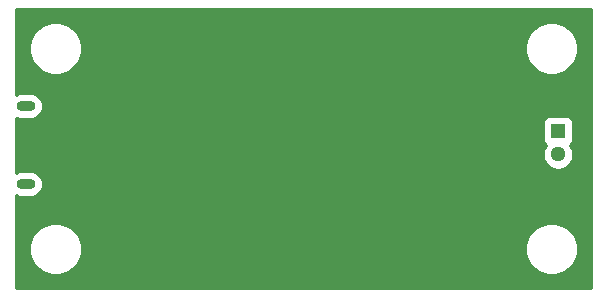
<source format=gbr>
G04 #@! TF.GenerationSoftware,KiCad,Pcbnew,5.1.4+dfsg1-1*
G04 #@! TF.CreationDate,2020-01-04T00:08:43+00:00*
G04 #@! TF.ProjectId,LithiumBatteryEmulator,4c697468-6975-46d4-9261-747465727945,rev?*
G04 #@! TF.SameCoordinates,Original*
G04 #@! TF.FileFunction,Copper,L2,Bot*
G04 #@! TF.FilePolarity,Positive*
%FSLAX46Y46*%
G04 Gerber Fmt 4.6, Leading zero omitted, Abs format (unit mm)*
G04 Created by KiCad (PCBNEW 5.1.4+dfsg1-1) date 2020-01-04 00:08:43*
%MOMM*%
%LPD*%
G04 APERTURE LIST*
%ADD10R,1.297940X1.297940*%
%ADD11C,1.297940*%
%ADD12O,1.600000X0.900000*%
%ADD13C,0.800000*%
%ADD14C,0.250000*%
%ADD15C,0.254000*%
G04 APERTURE END LIST*
D10*
X126550000Y-81000000D03*
D11*
X126550000Y-83000000D03*
D12*
X81500000Y-78900000D03*
X81500000Y-85500000D03*
D13*
X111794000Y-84294000D03*
X119000000Y-73000000D03*
X120500000Y-75500000D03*
X120500000Y-84000000D03*
X120500000Y-79500000D03*
X112890000Y-79390000D03*
X111794000Y-89294000D03*
X109000000Y-92500000D03*
X104000000Y-94000000D03*
X104000000Y-89000000D03*
X104000000Y-84500000D03*
X104000000Y-79000000D03*
X104000000Y-74000000D03*
X97000000Y-94000000D03*
X97000000Y-89500000D03*
X97500000Y-85500000D03*
X95500000Y-75500000D03*
X88000000Y-71000000D03*
X96000000Y-71000000D03*
X88500000Y-94000000D03*
X90000000Y-79500000D03*
X120794000Y-89794000D03*
X118000000Y-93000000D03*
X89000000Y-88000000D03*
X99000000Y-79000000D03*
D14*
X120500000Y-84000000D02*
X120500000Y-79500000D01*
X104000000Y-94000000D02*
X104000000Y-89000000D01*
X104000000Y-84500000D02*
X104000000Y-79000000D01*
X104000000Y-74000000D02*
X97000000Y-74000000D01*
X97000000Y-74000000D02*
X95500000Y-75500000D01*
X97500000Y-85500000D02*
X97500000Y-80500000D01*
X97500000Y-80500000D02*
X99000000Y-79000000D01*
D15*
G36*
X129340001Y-94340000D02*
G01*
X80660000Y-94340000D01*
X80660000Y-90779872D01*
X81765000Y-90779872D01*
X81765000Y-91220128D01*
X81850890Y-91651925D01*
X82019369Y-92058669D01*
X82263962Y-92424729D01*
X82575271Y-92736038D01*
X82941331Y-92980631D01*
X83348075Y-93149110D01*
X83779872Y-93235000D01*
X84220128Y-93235000D01*
X84651925Y-93149110D01*
X85058669Y-92980631D01*
X85424729Y-92736038D01*
X85736038Y-92424729D01*
X85980631Y-92058669D01*
X86149110Y-91651925D01*
X86235000Y-91220128D01*
X86235000Y-90779872D01*
X123765000Y-90779872D01*
X123765000Y-91220128D01*
X123850890Y-91651925D01*
X124019369Y-92058669D01*
X124263962Y-92424729D01*
X124575271Y-92736038D01*
X124941331Y-92980631D01*
X125348075Y-93149110D01*
X125779872Y-93235000D01*
X126220128Y-93235000D01*
X126651925Y-93149110D01*
X127058669Y-92980631D01*
X127424729Y-92736038D01*
X127736038Y-92424729D01*
X127980631Y-92058669D01*
X128149110Y-91651925D01*
X128235000Y-91220128D01*
X128235000Y-90779872D01*
X128149110Y-90348075D01*
X127980631Y-89941331D01*
X127736038Y-89575271D01*
X127424729Y-89263962D01*
X127058669Y-89019369D01*
X126651925Y-88850890D01*
X126220128Y-88765000D01*
X125779872Y-88765000D01*
X125348075Y-88850890D01*
X124941331Y-89019369D01*
X124575271Y-89263962D01*
X124263962Y-89575271D01*
X124019369Y-89941331D01*
X123850890Y-90348075D01*
X123765000Y-90779872D01*
X86235000Y-90779872D01*
X86149110Y-90348075D01*
X85980631Y-89941331D01*
X85736038Y-89575271D01*
X85424729Y-89263962D01*
X85058669Y-89019369D01*
X84651925Y-88850890D01*
X84220128Y-88765000D01*
X83779872Y-88765000D01*
X83348075Y-88850890D01*
X82941331Y-89019369D01*
X82575271Y-89263962D01*
X82263962Y-89575271D01*
X82019369Y-89941331D01*
X81850890Y-90348075D01*
X81765000Y-90779872D01*
X80660000Y-90779872D01*
X80660000Y-86468357D01*
X80732780Y-86507259D01*
X80937303Y-86569300D01*
X81096706Y-86585000D01*
X81903294Y-86585000D01*
X82062697Y-86569300D01*
X82267220Y-86507259D01*
X82455710Y-86406509D01*
X82620922Y-86270922D01*
X82756509Y-86105710D01*
X82857259Y-85917220D01*
X82919300Y-85712697D01*
X82940249Y-85500000D01*
X82919300Y-85287303D01*
X82857259Y-85082780D01*
X82756509Y-84894290D01*
X82620922Y-84729078D01*
X82455710Y-84593491D01*
X82267220Y-84492741D01*
X82062697Y-84430700D01*
X81903294Y-84415000D01*
X81096706Y-84415000D01*
X80937303Y-84430700D01*
X80732780Y-84492741D01*
X80660000Y-84531643D01*
X80660000Y-80351030D01*
X125262958Y-80351030D01*
X125262958Y-81648970D01*
X125275218Y-81773452D01*
X125311528Y-81893150D01*
X125370493Y-82003464D01*
X125449845Y-82100155D01*
X125546536Y-82179507D01*
X125552049Y-82182454D01*
X125412160Y-82391812D01*
X125315372Y-82625480D01*
X125266030Y-82873540D01*
X125266030Y-83126460D01*
X125315372Y-83374520D01*
X125412160Y-83608188D01*
X125552675Y-83818483D01*
X125731517Y-83997325D01*
X125941812Y-84137840D01*
X126175480Y-84234628D01*
X126423540Y-84283970D01*
X126676460Y-84283970D01*
X126924520Y-84234628D01*
X127158188Y-84137840D01*
X127368483Y-83997325D01*
X127547325Y-83818483D01*
X127687840Y-83608188D01*
X127784628Y-83374520D01*
X127833970Y-83126460D01*
X127833970Y-82873540D01*
X127784628Y-82625480D01*
X127687840Y-82391812D01*
X127547951Y-82182454D01*
X127553464Y-82179507D01*
X127650155Y-82100155D01*
X127729507Y-82003464D01*
X127788472Y-81893150D01*
X127824782Y-81773452D01*
X127837042Y-81648970D01*
X127837042Y-80351030D01*
X127824782Y-80226548D01*
X127788472Y-80106850D01*
X127729507Y-79996536D01*
X127650155Y-79899845D01*
X127553464Y-79820493D01*
X127443150Y-79761528D01*
X127323452Y-79725218D01*
X127198970Y-79712958D01*
X125901030Y-79712958D01*
X125776548Y-79725218D01*
X125656850Y-79761528D01*
X125546536Y-79820493D01*
X125449845Y-79899845D01*
X125370493Y-79996536D01*
X125311528Y-80106850D01*
X125275218Y-80226548D01*
X125262958Y-80351030D01*
X80660000Y-80351030D01*
X80660000Y-79868357D01*
X80732780Y-79907259D01*
X80937303Y-79969300D01*
X81096706Y-79985000D01*
X81903294Y-79985000D01*
X82062697Y-79969300D01*
X82267220Y-79907259D01*
X82455710Y-79806509D01*
X82620922Y-79670922D01*
X82756509Y-79505710D01*
X82857259Y-79317220D01*
X82919300Y-79112697D01*
X82940249Y-78900000D01*
X82919300Y-78687303D01*
X82857259Y-78482780D01*
X82756509Y-78294290D01*
X82620922Y-78129078D01*
X82455710Y-77993491D01*
X82267220Y-77892741D01*
X82062697Y-77830700D01*
X81903294Y-77815000D01*
X81096706Y-77815000D01*
X80937303Y-77830700D01*
X80732780Y-77892741D01*
X80660000Y-77931643D01*
X80660000Y-73779872D01*
X81765000Y-73779872D01*
X81765000Y-74220128D01*
X81850890Y-74651925D01*
X82019369Y-75058669D01*
X82263962Y-75424729D01*
X82575271Y-75736038D01*
X82941331Y-75980631D01*
X83348075Y-76149110D01*
X83779872Y-76235000D01*
X84220128Y-76235000D01*
X84651925Y-76149110D01*
X85058669Y-75980631D01*
X85424729Y-75736038D01*
X85736038Y-75424729D01*
X85980631Y-75058669D01*
X86149110Y-74651925D01*
X86235000Y-74220128D01*
X86235000Y-73779872D01*
X123765000Y-73779872D01*
X123765000Y-74220128D01*
X123850890Y-74651925D01*
X124019369Y-75058669D01*
X124263962Y-75424729D01*
X124575271Y-75736038D01*
X124941331Y-75980631D01*
X125348075Y-76149110D01*
X125779872Y-76235000D01*
X126220128Y-76235000D01*
X126651925Y-76149110D01*
X127058669Y-75980631D01*
X127424729Y-75736038D01*
X127736038Y-75424729D01*
X127980631Y-75058669D01*
X128149110Y-74651925D01*
X128235000Y-74220128D01*
X128235000Y-73779872D01*
X128149110Y-73348075D01*
X127980631Y-72941331D01*
X127736038Y-72575271D01*
X127424729Y-72263962D01*
X127058669Y-72019369D01*
X126651925Y-71850890D01*
X126220128Y-71765000D01*
X125779872Y-71765000D01*
X125348075Y-71850890D01*
X124941331Y-72019369D01*
X124575271Y-72263962D01*
X124263962Y-72575271D01*
X124019369Y-72941331D01*
X123850890Y-73348075D01*
X123765000Y-73779872D01*
X86235000Y-73779872D01*
X86149110Y-73348075D01*
X85980631Y-72941331D01*
X85736038Y-72575271D01*
X85424729Y-72263962D01*
X85058669Y-72019369D01*
X84651925Y-71850890D01*
X84220128Y-71765000D01*
X83779872Y-71765000D01*
X83348075Y-71850890D01*
X82941331Y-72019369D01*
X82575271Y-72263962D01*
X82263962Y-72575271D01*
X82019369Y-72941331D01*
X81850890Y-73348075D01*
X81765000Y-73779872D01*
X80660000Y-73779872D01*
X80660000Y-70660000D01*
X129340000Y-70660000D01*
X129340001Y-94340000D01*
X129340001Y-94340000D01*
G37*
X129340001Y-94340000D02*
X80660000Y-94340000D01*
X80660000Y-90779872D01*
X81765000Y-90779872D01*
X81765000Y-91220128D01*
X81850890Y-91651925D01*
X82019369Y-92058669D01*
X82263962Y-92424729D01*
X82575271Y-92736038D01*
X82941331Y-92980631D01*
X83348075Y-93149110D01*
X83779872Y-93235000D01*
X84220128Y-93235000D01*
X84651925Y-93149110D01*
X85058669Y-92980631D01*
X85424729Y-92736038D01*
X85736038Y-92424729D01*
X85980631Y-92058669D01*
X86149110Y-91651925D01*
X86235000Y-91220128D01*
X86235000Y-90779872D01*
X123765000Y-90779872D01*
X123765000Y-91220128D01*
X123850890Y-91651925D01*
X124019369Y-92058669D01*
X124263962Y-92424729D01*
X124575271Y-92736038D01*
X124941331Y-92980631D01*
X125348075Y-93149110D01*
X125779872Y-93235000D01*
X126220128Y-93235000D01*
X126651925Y-93149110D01*
X127058669Y-92980631D01*
X127424729Y-92736038D01*
X127736038Y-92424729D01*
X127980631Y-92058669D01*
X128149110Y-91651925D01*
X128235000Y-91220128D01*
X128235000Y-90779872D01*
X128149110Y-90348075D01*
X127980631Y-89941331D01*
X127736038Y-89575271D01*
X127424729Y-89263962D01*
X127058669Y-89019369D01*
X126651925Y-88850890D01*
X126220128Y-88765000D01*
X125779872Y-88765000D01*
X125348075Y-88850890D01*
X124941331Y-89019369D01*
X124575271Y-89263962D01*
X124263962Y-89575271D01*
X124019369Y-89941331D01*
X123850890Y-90348075D01*
X123765000Y-90779872D01*
X86235000Y-90779872D01*
X86149110Y-90348075D01*
X85980631Y-89941331D01*
X85736038Y-89575271D01*
X85424729Y-89263962D01*
X85058669Y-89019369D01*
X84651925Y-88850890D01*
X84220128Y-88765000D01*
X83779872Y-88765000D01*
X83348075Y-88850890D01*
X82941331Y-89019369D01*
X82575271Y-89263962D01*
X82263962Y-89575271D01*
X82019369Y-89941331D01*
X81850890Y-90348075D01*
X81765000Y-90779872D01*
X80660000Y-90779872D01*
X80660000Y-86468357D01*
X80732780Y-86507259D01*
X80937303Y-86569300D01*
X81096706Y-86585000D01*
X81903294Y-86585000D01*
X82062697Y-86569300D01*
X82267220Y-86507259D01*
X82455710Y-86406509D01*
X82620922Y-86270922D01*
X82756509Y-86105710D01*
X82857259Y-85917220D01*
X82919300Y-85712697D01*
X82940249Y-85500000D01*
X82919300Y-85287303D01*
X82857259Y-85082780D01*
X82756509Y-84894290D01*
X82620922Y-84729078D01*
X82455710Y-84593491D01*
X82267220Y-84492741D01*
X82062697Y-84430700D01*
X81903294Y-84415000D01*
X81096706Y-84415000D01*
X80937303Y-84430700D01*
X80732780Y-84492741D01*
X80660000Y-84531643D01*
X80660000Y-80351030D01*
X125262958Y-80351030D01*
X125262958Y-81648970D01*
X125275218Y-81773452D01*
X125311528Y-81893150D01*
X125370493Y-82003464D01*
X125449845Y-82100155D01*
X125546536Y-82179507D01*
X125552049Y-82182454D01*
X125412160Y-82391812D01*
X125315372Y-82625480D01*
X125266030Y-82873540D01*
X125266030Y-83126460D01*
X125315372Y-83374520D01*
X125412160Y-83608188D01*
X125552675Y-83818483D01*
X125731517Y-83997325D01*
X125941812Y-84137840D01*
X126175480Y-84234628D01*
X126423540Y-84283970D01*
X126676460Y-84283970D01*
X126924520Y-84234628D01*
X127158188Y-84137840D01*
X127368483Y-83997325D01*
X127547325Y-83818483D01*
X127687840Y-83608188D01*
X127784628Y-83374520D01*
X127833970Y-83126460D01*
X127833970Y-82873540D01*
X127784628Y-82625480D01*
X127687840Y-82391812D01*
X127547951Y-82182454D01*
X127553464Y-82179507D01*
X127650155Y-82100155D01*
X127729507Y-82003464D01*
X127788472Y-81893150D01*
X127824782Y-81773452D01*
X127837042Y-81648970D01*
X127837042Y-80351030D01*
X127824782Y-80226548D01*
X127788472Y-80106850D01*
X127729507Y-79996536D01*
X127650155Y-79899845D01*
X127553464Y-79820493D01*
X127443150Y-79761528D01*
X127323452Y-79725218D01*
X127198970Y-79712958D01*
X125901030Y-79712958D01*
X125776548Y-79725218D01*
X125656850Y-79761528D01*
X125546536Y-79820493D01*
X125449845Y-79899845D01*
X125370493Y-79996536D01*
X125311528Y-80106850D01*
X125275218Y-80226548D01*
X125262958Y-80351030D01*
X80660000Y-80351030D01*
X80660000Y-79868357D01*
X80732780Y-79907259D01*
X80937303Y-79969300D01*
X81096706Y-79985000D01*
X81903294Y-79985000D01*
X82062697Y-79969300D01*
X82267220Y-79907259D01*
X82455710Y-79806509D01*
X82620922Y-79670922D01*
X82756509Y-79505710D01*
X82857259Y-79317220D01*
X82919300Y-79112697D01*
X82940249Y-78900000D01*
X82919300Y-78687303D01*
X82857259Y-78482780D01*
X82756509Y-78294290D01*
X82620922Y-78129078D01*
X82455710Y-77993491D01*
X82267220Y-77892741D01*
X82062697Y-77830700D01*
X81903294Y-77815000D01*
X81096706Y-77815000D01*
X80937303Y-77830700D01*
X80732780Y-77892741D01*
X80660000Y-77931643D01*
X80660000Y-73779872D01*
X81765000Y-73779872D01*
X81765000Y-74220128D01*
X81850890Y-74651925D01*
X82019369Y-75058669D01*
X82263962Y-75424729D01*
X82575271Y-75736038D01*
X82941331Y-75980631D01*
X83348075Y-76149110D01*
X83779872Y-76235000D01*
X84220128Y-76235000D01*
X84651925Y-76149110D01*
X85058669Y-75980631D01*
X85424729Y-75736038D01*
X85736038Y-75424729D01*
X85980631Y-75058669D01*
X86149110Y-74651925D01*
X86235000Y-74220128D01*
X86235000Y-73779872D01*
X123765000Y-73779872D01*
X123765000Y-74220128D01*
X123850890Y-74651925D01*
X124019369Y-75058669D01*
X124263962Y-75424729D01*
X124575271Y-75736038D01*
X124941331Y-75980631D01*
X125348075Y-76149110D01*
X125779872Y-76235000D01*
X126220128Y-76235000D01*
X126651925Y-76149110D01*
X127058669Y-75980631D01*
X127424729Y-75736038D01*
X127736038Y-75424729D01*
X127980631Y-75058669D01*
X128149110Y-74651925D01*
X128235000Y-74220128D01*
X128235000Y-73779872D01*
X128149110Y-73348075D01*
X127980631Y-72941331D01*
X127736038Y-72575271D01*
X127424729Y-72263962D01*
X127058669Y-72019369D01*
X126651925Y-71850890D01*
X126220128Y-71765000D01*
X125779872Y-71765000D01*
X125348075Y-71850890D01*
X124941331Y-72019369D01*
X124575271Y-72263962D01*
X124263962Y-72575271D01*
X124019369Y-72941331D01*
X123850890Y-73348075D01*
X123765000Y-73779872D01*
X86235000Y-73779872D01*
X86149110Y-73348075D01*
X85980631Y-72941331D01*
X85736038Y-72575271D01*
X85424729Y-72263962D01*
X85058669Y-72019369D01*
X84651925Y-71850890D01*
X84220128Y-71765000D01*
X83779872Y-71765000D01*
X83348075Y-71850890D01*
X82941331Y-72019369D01*
X82575271Y-72263962D01*
X82263962Y-72575271D01*
X82019369Y-72941331D01*
X81850890Y-73348075D01*
X81765000Y-73779872D01*
X80660000Y-73779872D01*
X80660000Y-70660000D01*
X129340000Y-70660000D01*
X129340001Y-94340000D01*
M02*

</source>
